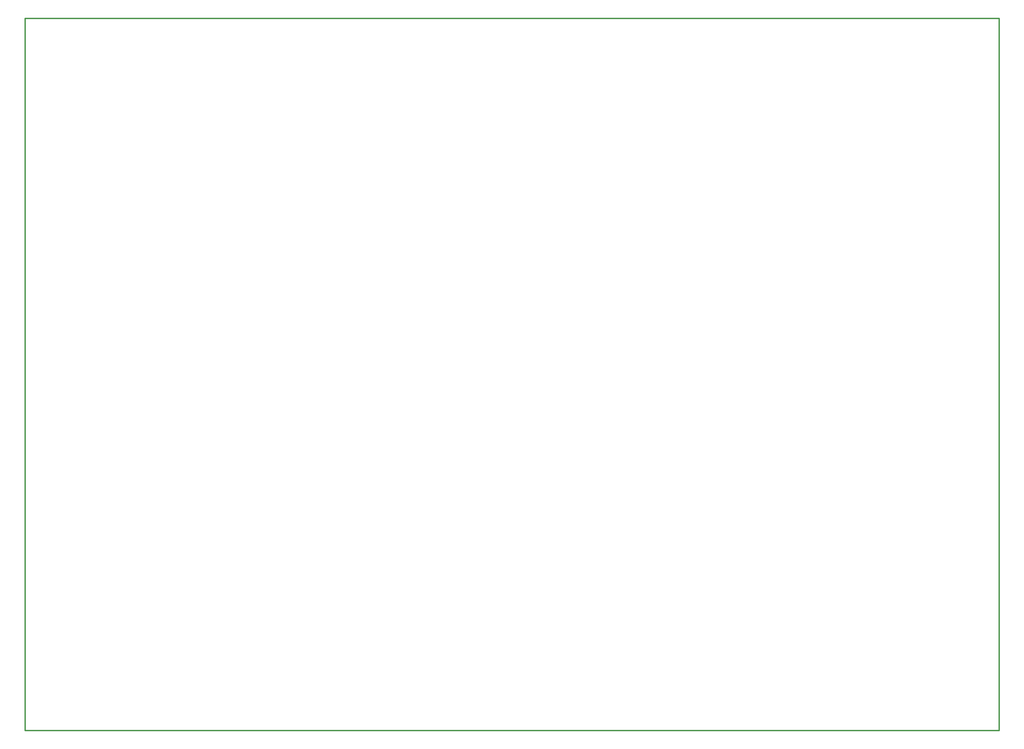
<source format=gko>
%FSAX42Y42*%
%MOMM*%
G71*
G01*
G75*
G04 Layer_Color=16711935*
%ADD10C,0.30*%
%ADD11C,1.00*%
%ADD12C,1.50*%
%ADD13O,2.50X1.20*%
%ADD14R,2.50X1.20*%
%ADD15C,1.35*%
%ADD16R,1.35X1.35*%
%ADD17C,1.52*%
%ADD18C,2.00*%
%ADD19C,2.03*%
%ADD20C,1.50*%
%ADD21C,1.40*%
%ADD22O,1.20X2.50*%
%ADD23R,1.20X2.50*%
%ADD24C,1.20*%
%ADD25R,1.20X1.22*%
%ADD26R,2.54X1.27*%
%ADD27O,2.54X1.27*%
%ADD28C,2.50*%
%ADD29C,1.00*%
%ADD30R,1.80X1.80*%
%ADD31R,1.35X1.35*%
%ADD32R,2.03X2.03*%
%ADD33R,1.27X1.27*%
%ADD34O,3.00X4.00*%
%ADD35C,4.50*%
%ADD36C,1.02*%
%ADD37C,1.73*%
G04:AMPARAMS|DCode=38|XSize=2.235mm|YSize=2.235mm|CornerRadius=0mm|HoleSize=0mm|Usage=FLASHONLY|Rotation=0.000|XOffset=0mm|YOffset=0mm|HoleType=Round|Shape=Relief|Width=0.25mm|Gap=0.25mm|Entries=4|*
%AMTHD38*
7,0,0,2.23,1.73,0.25,45*
%
%ADD38THD38*%
G04:AMPARAMS|DCode=39|XSize=2.324mm|YSize=2.324mm|CornerRadius=0mm|HoleSize=0mm|Usage=FLASHONLY|Rotation=0.000|XOffset=0mm|YOffset=0mm|HoleType=Round|Shape=Relief|Width=0.25mm|Gap=0.25mm|Entries=4|*
%AMTHD39*
7,0,0,2.32,1.82,0.25,45*
%
%ADD39THD39*%
%ADD40C,1.82*%
%ADD41C,1.78*%
G04:AMPARAMS|DCode=42|XSize=2.286mm|YSize=2.286mm|CornerRadius=0mm|HoleSize=0mm|Usage=FLASHONLY|Rotation=0.000|XOffset=0mm|YOffset=0mm|HoleType=Round|Shape=Relief|Width=0.25mm|Gap=0.25mm|Entries=4|*
%AMTHD42*
7,0,0,2.29,1.78,0.25,45*
%
%ADD42THD42*%
%ADD43C,2.17*%
G04:AMPARAMS|DCode=44|XSize=2.674mm|YSize=2.674mm|CornerRadius=0mm|HoleSize=0mm|Usage=FLASHONLY|Rotation=0.000|XOffset=0mm|YOffset=0mm|HoleType=Round|Shape=Relief|Width=0.25mm|Gap=0.25mm|Entries=4|*
%AMTHD44*
7,0,0,2.67,2.17,0.25,45*
%
%ADD44THD44*%
%ADD45C,2.02*%
G04:AMPARAMS|DCode=46|XSize=2.524mm|YSize=2.524mm|CornerRadius=0mm|HoleSize=0mm|Usage=FLASHONLY|Rotation=0.000|XOffset=0mm|YOffset=0mm|HoleType=Round|Shape=Relief|Width=0.25mm|Gap=0.25mm|Entries=4|*
%AMTHD46*
7,0,0,2.52,2.02,0.25,45*
%
%ADD46THD46*%
G04:AMPARAMS|DCode=47|XSize=2.424mm|YSize=2.424mm|CornerRadius=0mm|HoleSize=0mm|Usage=FLASHONLY|Rotation=0.000|XOffset=0mm|YOffset=0mm|HoleType=Round|Shape=Relief|Width=0.25mm|Gap=0.25mm|Entries=4|*
%AMTHD47*
7,0,0,2.42,1.92,0.25,45*
%
%ADD47THD47*%
%ADD48C,1.92*%
%ADD49C,1.87*%
G04:AMPARAMS|DCode=50|XSize=2.374mm|YSize=2.374mm|CornerRadius=0mm|HoleSize=0mm|Usage=FLASHONLY|Rotation=0.000|XOffset=0mm|YOffset=0mm|HoleType=Round|Shape=Relief|Width=0.25mm|Gap=0.25mm|Entries=4|*
%AMTHD50*
7,0,0,2.37,1.87,0.25,45*
%
%ADD50THD50*%
%ADD51C,1.73*%
G04:AMPARAMS|DCode=52|XSize=2.2352mm|YSize=2.2352mm|CornerRadius=0mm|HoleSize=0mm|Usage=FLASHONLY|Rotation=0.000|XOffset=0mm|YOffset=0mm|HoleType=Round|Shape=Relief|Width=0.25mm|Gap=0.25mm|Entries=4|*
%AMTHD52*
7,0,0,2.24,1.73,0.25,45*
%
%ADD52THD52*%
%ADD53C,2.37*%
G04:AMPARAMS|DCode=54|XSize=2.874mm|YSize=2.874mm|CornerRadius=0mm|HoleSize=0mm|Usage=FLASHONLY|Rotation=0.000|XOffset=0mm|YOffset=0mm|HoleType=Round|Shape=Relief|Width=0.25mm|Gap=0.25mm|Entries=4|*
%AMTHD54*
7,0,0,2.87,2.37,0.25,45*
%
%ADD54THD54*%
%ADD55C,1.62*%
G04:AMPARAMS|DCode=56|XSize=2.124mm|YSize=2.124mm|CornerRadius=0mm|HoleSize=0mm|Usage=FLASHONLY|Rotation=0.000|XOffset=0mm|YOffset=0mm|HoleType=Round|Shape=Relief|Width=0.25mm|Gap=0.25mm|Entries=4|*
%AMTHD56*
7,0,0,2.12,1.62,0.25,45*
%
%ADD56THD56*%
%ADD57R,2.17X2.17*%
%ADD58R,1.87X1.87*%
%ADD59C,2.77*%
%ADD60C,5.02*%
%ADD61R,2.02X2.02*%
G04:AMPARAMS|DCode=62|XSize=2.674mm|YSize=2.674mm|CornerRadius=0mm|HoleSize=0mm|Usage=FLASHONLY|Rotation=270.000|XOffset=0mm|YOffset=0mm|HoleType=Square|Shape=SquareRelief|Width=0.25mm|Gap=0.25mm|Entries=4|*
%AMTHSQ62*
5,1,4,0,0,3.78,315.0*
5,0,4,0,0,3.06,315.0*
21,0,3.78,0.25,0,0,315.0*
21,0,3.78,0.25,0,0,405.0*
%
%ADD62THSQ62*%

G04:AMPARAMS|DCode=63|XSize=2.524mm|YSize=2.524mm|CornerRadius=0mm|HoleSize=0mm|Usage=FLASHONLY|Rotation=270.000|XOffset=0mm|YOffset=0mm|HoleType=Square|Shape=SquareRelief|Width=0.25mm|Gap=0.25mm|Entries=4|*
%AMTHSQ63*
5,1,4,0,0,3.57,315.0*
5,0,4,0,0,2.85,315.0*
21,0,3.57,0.25,0,0,315.0*
21,0,3.57,0.25,0,0,405.0*
%
%ADD63THSQ63*%

G04:AMPARAMS|DCode=64|XSize=2.524mm|YSize=2.524mm|CornerRadius=0mm|HoleSize=0mm|Usage=FLASHONLY|Rotation=90.000|XOffset=0mm|YOffset=0mm|HoleType=Square|Shape=SquareRelief|Width=0.25mm|Gap=0.25mm|Entries=4|*
%AMTHSQ64*
5,1,4,0,0,3.57,135.0*
5,0,4,0,0,2.85,135.0*
21,0,3.57,0.25,0,0,135.0*
21,0,3.57,0.25,0,0,225.0*
%
%ADD64THSQ64*%

%ADD65C,0.20*%
%ADD66C,0.25*%
%ADD67C,0.50*%
%ADD68C,2.54*%
%ADD69C,1.25*%
%ADD70C,0.10*%
%ADD71C,0.13*%
%ADD72C,0.15*%
%ADD73C,0.38*%
%ADD74O,2.70X1.40*%
%ADD75R,2.70X1.40*%
%ADD76C,1.55*%
%ADD77R,1.55X1.55*%
%ADD78C,2.20*%
%ADD79C,2.24*%
%ADD80C,1.70*%
%ADD81C,1.60*%
%ADD82O,1.40X2.70*%
%ADD83R,1.40X2.70*%
%ADD84C,1.40*%
%ADD85R,1.40X1.42*%
%ADD86R,2.74X1.47*%
%ADD87O,2.74X1.47*%
%ADD88C,2.70*%
%ADD89C,1.20*%
%ADD90R,2.00X2.00*%
%ADD91R,1.55X1.55*%
%ADD92R,2.24X2.24*%
%ADD93R,1.47X1.47*%
%ADD94O,3.20X4.20*%
D10*
X005280Y005207D02*
X029880D01*
Y023190D01*
X005280D02*
X029880D01*
X005280Y005207D02*
Y023190D01*
M02*

</source>
